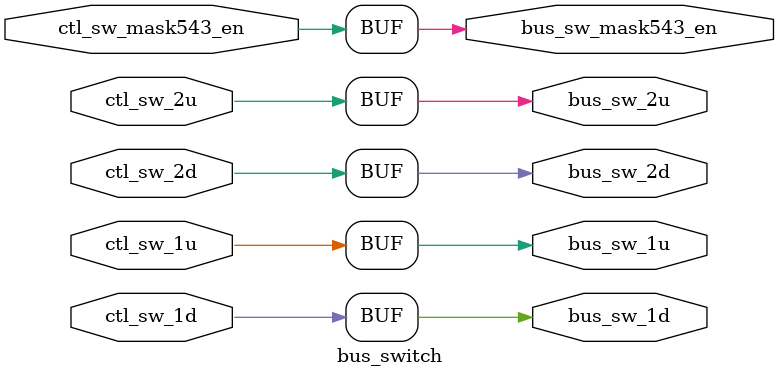
<source format=v>

module bus_switch
(
    input wire ctl_sw_1u,               // Control input for the SW1 upstream
    input wire ctl_sw_1d,               // Control input for the SW1 downstream

    input wire ctl_sw_2u,               // Control input for the SW2 upstream
    input wire ctl_sw_2d,               // Control input for the SW2 downstream

    input wire ctl_sw_mask543_en,       // Enables masking [5:3] on the data bus switch 1

    //--------------------------------------------------------------------

    output wire bus_sw_1u,              // SW1 upstream
    output wire bus_sw_1d,              // SW1 downstream

    output wire bus_sw_2u,              // SW2 upstream
    output wire bus_sw_2d,              // SW2 downstream

    output wire bus_sw_mask543_en       // Affects SW1 downstream
);

assign bus_sw_1u = ctl_sw_1u;
assign bus_sw_1d = ctl_sw_1d;

assign bus_sw_2u = ctl_sw_2u;
assign bus_sw_2d = ctl_sw_2d;

assign bus_sw_mask543_en = ctl_sw_mask543_en;

endmodule

</source>
